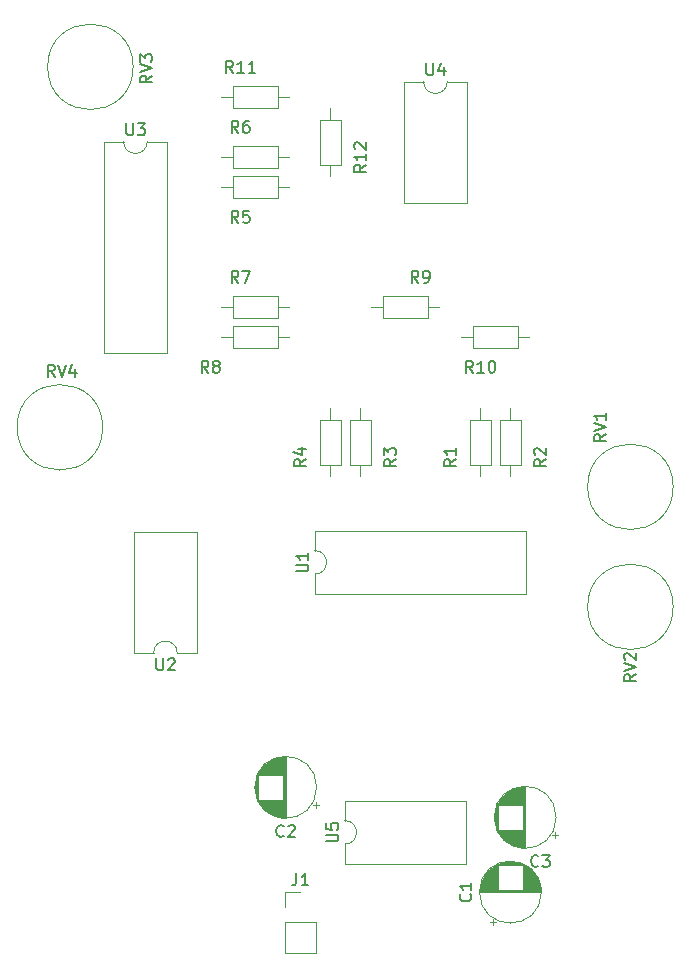
<source format=gbr>
%TF.GenerationSoftware,KiCad,Pcbnew,8.0.8*%
%TF.CreationDate,2025-02-20T08:22:17+09:00*%
%TF.ProjectId,kicad_patchBox,6b696361-645f-4706-9174-6368426f782e,rev?*%
%TF.SameCoordinates,Original*%
%TF.FileFunction,Legend,Top*%
%TF.FilePolarity,Positive*%
%FSLAX46Y46*%
G04 Gerber Fmt 4.6, Leading zero omitted, Abs format (unit mm)*
G04 Created by KiCad (PCBNEW 8.0.8) date 2025-02-20 08:22:17*
%MOMM*%
%LPD*%
G01*
G04 APERTURE LIST*
%ADD10C,0.150000*%
%ADD11C,0.120000*%
G04 APERTURE END LIST*
D10*
X168148095Y-40304819D02*
X168148095Y-41114342D01*
X168148095Y-41114342D02*
X168195714Y-41209580D01*
X168195714Y-41209580D02*
X168243333Y-41257200D01*
X168243333Y-41257200D02*
X168338571Y-41304819D01*
X168338571Y-41304819D02*
X168529047Y-41304819D01*
X168529047Y-41304819D02*
X168624285Y-41257200D01*
X168624285Y-41257200D02*
X168671904Y-41209580D01*
X168671904Y-41209580D02*
X168719523Y-41114342D01*
X168719523Y-41114342D02*
X168719523Y-40304819D01*
X169624285Y-40638152D02*
X169624285Y-41304819D01*
X169386190Y-40257200D02*
X169148095Y-40971485D01*
X169148095Y-40971485D02*
X169767142Y-40971485D01*
X167473333Y-58874819D02*
X167140000Y-58398628D01*
X166901905Y-58874819D02*
X166901905Y-57874819D01*
X166901905Y-57874819D02*
X167282857Y-57874819D01*
X167282857Y-57874819D02*
X167378095Y-57922438D01*
X167378095Y-57922438D02*
X167425714Y-57970057D01*
X167425714Y-57970057D02*
X167473333Y-58065295D01*
X167473333Y-58065295D02*
X167473333Y-58208152D01*
X167473333Y-58208152D02*
X167425714Y-58303390D01*
X167425714Y-58303390D02*
X167378095Y-58351009D01*
X167378095Y-58351009D02*
X167282857Y-58398628D01*
X167282857Y-58398628D02*
X166901905Y-58398628D01*
X167949524Y-58874819D02*
X168140000Y-58874819D01*
X168140000Y-58874819D02*
X168235238Y-58827200D01*
X168235238Y-58827200D02*
X168282857Y-58779580D01*
X168282857Y-58779580D02*
X168378095Y-58636723D01*
X168378095Y-58636723D02*
X168425714Y-58446247D01*
X168425714Y-58446247D02*
X168425714Y-58065295D01*
X168425714Y-58065295D02*
X168378095Y-57970057D01*
X168378095Y-57970057D02*
X168330476Y-57922438D01*
X168330476Y-57922438D02*
X168235238Y-57874819D01*
X168235238Y-57874819D02*
X168044762Y-57874819D01*
X168044762Y-57874819D02*
X167949524Y-57922438D01*
X167949524Y-57922438D02*
X167901905Y-57970057D01*
X167901905Y-57970057D02*
X167854286Y-58065295D01*
X167854286Y-58065295D02*
X167854286Y-58303390D01*
X167854286Y-58303390D02*
X167901905Y-58398628D01*
X167901905Y-58398628D02*
X167949524Y-58446247D01*
X167949524Y-58446247D02*
X168044762Y-58493866D01*
X168044762Y-58493866D02*
X168235238Y-58493866D01*
X168235238Y-58493866D02*
X168330476Y-58446247D01*
X168330476Y-58446247D02*
X168378095Y-58398628D01*
X168378095Y-58398628D02*
X168425714Y-58303390D01*
X157934819Y-73826666D02*
X157458628Y-74159999D01*
X157934819Y-74398094D02*
X156934819Y-74398094D01*
X156934819Y-74398094D02*
X156934819Y-74017142D01*
X156934819Y-74017142D02*
X156982438Y-73921904D01*
X156982438Y-73921904D02*
X157030057Y-73874285D01*
X157030057Y-73874285D02*
X157125295Y-73826666D01*
X157125295Y-73826666D02*
X157268152Y-73826666D01*
X157268152Y-73826666D02*
X157363390Y-73874285D01*
X157363390Y-73874285D02*
X157411009Y-73921904D01*
X157411009Y-73921904D02*
X157458628Y-74017142D01*
X157458628Y-74017142D02*
X157458628Y-74398094D01*
X157268152Y-72969523D02*
X157934819Y-72969523D01*
X156887200Y-73207618D02*
X157601485Y-73445713D01*
X157601485Y-73445713D02*
X157601485Y-72826666D01*
X163014819Y-48902857D02*
X162538628Y-49236190D01*
X163014819Y-49474285D02*
X162014819Y-49474285D01*
X162014819Y-49474285D02*
X162014819Y-49093333D01*
X162014819Y-49093333D02*
X162062438Y-48998095D01*
X162062438Y-48998095D02*
X162110057Y-48950476D01*
X162110057Y-48950476D02*
X162205295Y-48902857D01*
X162205295Y-48902857D02*
X162348152Y-48902857D01*
X162348152Y-48902857D02*
X162443390Y-48950476D01*
X162443390Y-48950476D02*
X162491009Y-48998095D01*
X162491009Y-48998095D02*
X162538628Y-49093333D01*
X162538628Y-49093333D02*
X162538628Y-49474285D01*
X163014819Y-47950476D02*
X163014819Y-48521904D01*
X163014819Y-48236190D02*
X162014819Y-48236190D01*
X162014819Y-48236190D02*
X162157676Y-48331428D01*
X162157676Y-48331428D02*
X162252914Y-48426666D01*
X162252914Y-48426666D02*
X162300533Y-48521904D01*
X162110057Y-47569523D02*
X162062438Y-47521904D01*
X162062438Y-47521904D02*
X162014819Y-47426666D01*
X162014819Y-47426666D02*
X162014819Y-47188571D01*
X162014819Y-47188571D02*
X162062438Y-47093333D01*
X162062438Y-47093333D02*
X162110057Y-47045714D01*
X162110057Y-47045714D02*
X162205295Y-46998095D01*
X162205295Y-46998095D02*
X162300533Y-46998095D01*
X162300533Y-46998095D02*
X162443390Y-47045714D01*
X162443390Y-47045714D02*
X163014819Y-47617142D01*
X163014819Y-47617142D02*
X163014819Y-46998095D01*
X152233333Y-53794819D02*
X151900000Y-53318628D01*
X151661905Y-53794819D02*
X151661905Y-52794819D01*
X151661905Y-52794819D02*
X152042857Y-52794819D01*
X152042857Y-52794819D02*
X152138095Y-52842438D01*
X152138095Y-52842438D02*
X152185714Y-52890057D01*
X152185714Y-52890057D02*
X152233333Y-52985295D01*
X152233333Y-52985295D02*
X152233333Y-53128152D01*
X152233333Y-53128152D02*
X152185714Y-53223390D01*
X152185714Y-53223390D02*
X152138095Y-53271009D01*
X152138095Y-53271009D02*
X152042857Y-53318628D01*
X152042857Y-53318628D02*
X151661905Y-53318628D01*
X153138095Y-52794819D02*
X152661905Y-52794819D01*
X152661905Y-52794819D02*
X152614286Y-53271009D01*
X152614286Y-53271009D02*
X152661905Y-53223390D01*
X152661905Y-53223390D02*
X152757143Y-53175771D01*
X152757143Y-53175771D02*
X152995238Y-53175771D01*
X152995238Y-53175771D02*
X153090476Y-53223390D01*
X153090476Y-53223390D02*
X153138095Y-53271009D01*
X153138095Y-53271009D02*
X153185714Y-53366247D01*
X153185714Y-53366247D02*
X153185714Y-53604342D01*
X153185714Y-53604342D02*
X153138095Y-53699580D01*
X153138095Y-53699580D02*
X153090476Y-53747200D01*
X153090476Y-53747200D02*
X152995238Y-53794819D01*
X152995238Y-53794819D02*
X152757143Y-53794819D01*
X152757143Y-53794819D02*
X152661905Y-53747200D01*
X152661905Y-53747200D02*
X152614286Y-53699580D01*
X170634819Y-73826666D02*
X170158628Y-74159999D01*
X170634819Y-74398094D02*
X169634819Y-74398094D01*
X169634819Y-74398094D02*
X169634819Y-74017142D01*
X169634819Y-74017142D02*
X169682438Y-73921904D01*
X169682438Y-73921904D02*
X169730057Y-73874285D01*
X169730057Y-73874285D02*
X169825295Y-73826666D01*
X169825295Y-73826666D02*
X169968152Y-73826666D01*
X169968152Y-73826666D02*
X170063390Y-73874285D01*
X170063390Y-73874285D02*
X170111009Y-73921904D01*
X170111009Y-73921904D02*
X170158628Y-74017142D01*
X170158628Y-74017142D02*
X170158628Y-74398094D01*
X170634819Y-72874285D02*
X170634819Y-73445713D01*
X170634819Y-73159999D02*
X169634819Y-73159999D01*
X169634819Y-73159999D02*
X169777676Y-73255237D01*
X169777676Y-73255237D02*
X169872914Y-73350475D01*
X169872914Y-73350475D02*
X169920533Y-73445713D01*
X177633333Y-108249580D02*
X177585714Y-108297200D01*
X177585714Y-108297200D02*
X177442857Y-108344819D01*
X177442857Y-108344819D02*
X177347619Y-108344819D01*
X177347619Y-108344819D02*
X177204762Y-108297200D01*
X177204762Y-108297200D02*
X177109524Y-108201961D01*
X177109524Y-108201961D02*
X177061905Y-108106723D01*
X177061905Y-108106723D02*
X177014286Y-107916247D01*
X177014286Y-107916247D02*
X177014286Y-107773390D01*
X177014286Y-107773390D02*
X177061905Y-107582914D01*
X177061905Y-107582914D02*
X177109524Y-107487676D01*
X177109524Y-107487676D02*
X177204762Y-107392438D01*
X177204762Y-107392438D02*
X177347619Y-107344819D01*
X177347619Y-107344819D02*
X177442857Y-107344819D01*
X177442857Y-107344819D02*
X177585714Y-107392438D01*
X177585714Y-107392438D02*
X177633333Y-107440057D01*
X177966667Y-107344819D02*
X178585714Y-107344819D01*
X178585714Y-107344819D02*
X178252381Y-107725771D01*
X178252381Y-107725771D02*
X178395238Y-107725771D01*
X178395238Y-107725771D02*
X178490476Y-107773390D01*
X178490476Y-107773390D02*
X178538095Y-107821009D01*
X178538095Y-107821009D02*
X178585714Y-107916247D01*
X178585714Y-107916247D02*
X178585714Y-108154342D01*
X178585714Y-108154342D02*
X178538095Y-108249580D01*
X178538095Y-108249580D02*
X178490476Y-108297200D01*
X178490476Y-108297200D02*
X178395238Y-108344819D01*
X178395238Y-108344819D02*
X178109524Y-108344819D01*
X178109524Y-108344819D02*
X178014286Y-108297200D01*
X178014286Y-108297200D02*
X177966667Y-108249580D01*
X159684819Y-106171904D02*
X160494342Y-106171904D01*
X160494342Y-106171904D02*
X160589580Y-106124285D01*
X160589580Y-106124285D02*
X160637200Y-106076666D01*
X160637200Y-106076666D02*
X160684819Y-105981428D01*
X160684819Y-105981428D02*
X160684819Y-105790952D01*
X160684819Y-105790952D02*
X160637200Y-105695714D01*
X160637200Y-105695714D02*
X160589580Y-105648095D01*
X160589580Y-105648095D02*
X160494342Y-105600476D01*
X160494342Y-105600476D02*
X159684819Y-105600476D01*
X159684819Y-104648095D02*
X159684819Y-105124285D01*
X159684819Y-105124285D02*
X160161009Y-105171904D01*
X160161009Y-105171904D02*
X160113390Y-105124285D01*
X160113390Y-105124285D02*
X160065771Y-105029047D01*
X160065771Y-105029047D02*
X160065771Y-104790952D01*
X160065771Y-104790952D02*
X160113390Y-104695714D01*
X160113390Y-104695714D02*
X160161009Y-104648095D01*
X160161009Y-104648095D02*
X160256247Y-104600476D01*
X160256247Y-104600476D02*
X160494342Y-104600476D01*
X160494342Y-104600476D02*
X160589580Y-104648095D01*
X160589580Y-104648095D02*
X160637200Y-104695714D01*
X160637200Y-104695714D02*
X160684819Y-104790952D01*
X160684819Y-104790952D02*
X160684819Y-105029047D01*
X160684819Y-105029047D02*
X160637200Y-105124285D01*
X160637200Y-105124285D02*
X160589580Y-105171904D01*
X149693333Y-66494819D02*
X149360000Y-66018628D01*
X149121905Y-66494819D02*
X149121905Y-65494819D01*
X149121905Y-65494819D02*
X149502857Y-65494819D01*
X149502857Y-65494819D02*
X149598095Y-65542438D01*
X149598095Y-65542438D02*
X149645714Y-65590057D01*
X149645714Y-65590057D02*
X149693333Y-65685295D01*
X149693333Y-65685295D02*
X149693333Y-65828152D01*
X149693333Y-65828152D02*
X149645714Y-65923390D01*
X149645714Y-65923390D02*
X149598095Y-65971009D01*
X149598095Y-65971009D02*
X149502857Y-66018628D01*
X149502857Y-66018628D02*
X149121905Y-66018628D01*
X150264762Y-65923390D02*
X150169524Y-65875771D01*
X150169524Y-65875771D02*
X150121905Y-65828152D01*
X150121905Y-65828152D02*
X150074286Y-65732914D01*
X150074286Y-65732914D02*
X150074286Y-65685295D01*
X150074286Y-65685295D02*
X150121905Y-65590057D01*
X150121905Y-65590057D02*
X150169524Y-65542438D01*
X150169524Y-65542438D02*
X150264762Y-65494819D01*
X150264762Y-65494819D02*
X150455238Y-65494819D01*
X150455238Y-65494819D02*
X150550476Y-65542438D01*
X150550476Y-65542438D02*
X150598095Y-65590057D01*
X150598095Y-65590057D02*
X150645714Y-65685295D01*
X150645714Y-65685295D02*
X150645714Y-65732914D01*
X150645714Y-65732914D02*
X150598095Y-65828152D01*
X150598095Y-65828152D02*
X150550476Y-65875771D01*
X150550476Y-65875771D02*
X150455238Y-65923390D01*
X150455238Y-65923390D02*
X150264762Y-65923390D01*
X150264762Y-65923390D02*
X150169524Y-65971009D01*
X150169524Y-65971009D02*
X150121905Y-66018628D01*
X150121905Y-66018628D02*
X150074286Y-66113866D01*
X150074286Y-66113866D02*
X150074286Y-66304342D01*
X150074286Y-66304342D02*
X150121905Y-66399580D01*
X150121905Y-66399580D02*
X150169524Y-66447200D01*
X150169524Y-66447200D02*
X150264762Y-66494819D01*
X150264762Y-66494819D02*
X150455238Y-66494819D01*
X150455238Y-66494819D02*
X150550476Y-66447200D01*
X150550476Y-66447200D02*
X150598095Y-66399580D01*
X150598095Y-66399580D02*
X150645714Y-66304342D01*
X150645714Y-66304342D02*
X150645714Y-66113866D01*
X150645714Y-66113866D02*
X150598095Y-66018628D01*
X150598095Y-66018628D02*
X150550476Y-65971009D01*
X150550476Y-65971009D02*
X150455238Y-65923390D01*
X151757142Y-41094819D02*
X151423809Y-40618628D01*
X151185714Y-41094819D02*
X151185714Y-40094819D01*
X151185714Y-40094819D02*
X151566666Y-40094819D01*
X151566666Y-40094819D02*
X151661904Y-40142438D01*
X151661904Y-40142438D02*
X151709523Y-40190057D01*
X151709523Y-40190057D02*
X151757142Y-40285295D01*
X151757142Y-40285295D02*
X151757142Y-40428152D01*
X151757142Y-40428152D02*
X151709523Y-40523390D01*
X151709523Y-40523390D02*
X151661904Y-40571009D01*
X151661904Y-40571009D02*
X151566666Y-40618628D01*
X151566666Y-40618628D02*
X151185714Y-40618628D01*
X152709523Y-41094819D02*
X152138095Y-41094819D01*
X152423809Y-41094819D02*
X152423809Y-40094819D01*
X152423809Y-40094819D02*
X152328571Y-40237676D01*
X152328571Y-40237676D02*
X152233333Y-40332914D01*
X152233333Y-40332914D02*
X152138095Y-40380533D01*
X153661904Y-41094819D02*
X153090476Y-41094819D01*
X153376190Y-41094819D02*
X153376190Y-40094819D01*
X153376190Y-40094819D02*
X153280952Y-40237676D01*
X153280952Y-40237676D02*
X153185714Y-40332914D01*
X153185714Y-40332914D02*
X153090476Y-40380533D01*
X152233333Y-58874819D02*
X151900000Y-58398628D01*
X151661905Y-58874819D02*
X151661905Y-57874819D01*
X151661905Y-57874819D02*
X152042857Y-57874819D01*
X152042857Y-57874819D02*
X152138095Y-57922438D01*
X152138095Y-57922438D02*
X152185714Y-57970057D01*
X152185714Y-57970057D02*
X152233333Y-58065295D01*
X152233333Y-58065295D02*
X152233333Y-58208152D01*
X152233333Y-58208152D02*
X152185714Y-58303390D01*
X152185714Y-58303390D02*
X152138095Y-58351009D01*
X152138095Y-58351009D02*
X152042857Y-58398628D01*
X152042857Y-58398628D02*
X151661905Y-58398628D01*
X152566667Y-57874819D02*
X153233333Y-57874819D01*
X153233333Y-57874819D02*
X152804762Y-58874819D01*
X157146666Y-108884819D02*
X157146666Y-109599104D01*
X157146666Y-109599104D02*
X157099047Y-109741961D01*
X157099047Y-109741961D02*
X157003809Y-109837200D01*
X157003809Y-109837200D02*
X156860952Y-109884819D01*
X156860952Y-109884819D02*
X156765714Y-109884819D01*
X158146666Y-109884819D02*
X157575238Y-109884819D01*
X157860952Y-109884819D02*
X157860952Y-108884819D01*
X157860952Y-108884819D02*
X157765714Y-109027676D01*
X157765714Y-109027676D02*
X157670476Y-109122914D01*
X157670476Y-109122914D02*
X157575238Y-109170533D01*
X145288095Y-90684819D02*
X145288095Y-91494342D01*
X145288095Y-91494342D02*
X145335714Y-91589580D01*
X145335714Y-91589580D02*
X145383333Y-91637200D01*
X145383333Y-91637200D02*
X145478571Y-91684819D01*
X145478571Y-91684819D02*
X145669047Y-91684819D01*
X145669047Y-91684819D02*
X145764285Y-91637200D01*
X145764285Y-91637200D02*
X145811904Y-91589580D01*
X145811904Y-91589580D02*
X145859523Y-91494342D01*
X145859523Y-91494342D02*
X145859523Y-90684819D01*
X146288095Y-90780057D02*
X146335714Y-90732438D01*
X146335714Y-90732438D02*
X146430952Y-90684819D01*
X146430952Y-90684819D02*
X146669047Y-90684819D01*
X146669047Y-90684819D02*
X146764285Y-90732438D01*
X146764285Y-90732438D02*
X146811904Y-90780057D01*
X146811904Y-90780057D02*
X146859523Y-90875295D01*
X146859523Y-90875295D02*
X146859523Y-90970533D01*
X146859523Y-90970533D02*
X146811904Y-91113390D01*
X146811904Y-91113390D02*
X146240476Y-91684819D01*
X146240476Y-91684819D02*
X146859523Y-91684819D01*
X185874819Y-92035238D02*
X185398628Y-92368571D01*
X185874819Y-92606666D02*
X184874819Y-92606666D01*
X184874819Y-92606666D02*
X184874819Y-92225714D01*
X184874819Y-92225714D02*
X184922438Y-92130476D01*
X184922438Y-92130476D02*
X184970057Y-92082857D01*
X184970057Y-92082857D02*
X185065295Y-92035238D01*
X185065295Y-92035238D02*
X185208152Y-92035238D01*
X185208152Y-92035238D02*
X185303390Y-92082857D01*
X185303390Y-92082857D02*
X185351009Y-92130476D01*
X185351009Y-92130476D02*
X185398628Y-92225714D01*
X185398628Y-92225714D02*
X185398628Y-92606666D01*
X184874819Y-91749523D02*
X185874819Y-91416190D01*
X185874819Y-91416190D02*
X184874819Y-91082857D01*
X184970057Y-90797142D02*
X184922438Y-90749523D01*
X184922438Y-90749523D02*
X184874819Y-90654285D01*
X184874819Y-90654285D02*
X184874819Y-90416190D01*
X184874819Y-90416190D02*
X184922438Y-90320952D01*
X184922438Y-90320952D02*
X184970057Y-90273333D01*
X184970057Y-90273333D02*
X185065295Y-90225714D01*
X185065295Y-90225714D02*
X185160533Y-90225714D01*
X185160533Y-90225714D02*
X185303390Y-90273333D01*
X185303390Y-90273333D02*
X185874819Y-90844761D01*
X185874819Y-90844761D02*
X185874819Y-90225714D01*
X142748095Y-45379819D02*
X142748095Y-46189342D01*
X142748095Y-46189342D02*
X142795714Y-46284580D01*
X142795714Y-46284580D02*
X142843333Y-46332200D01*
X142843333Y-46332200D02*
X142938571Y-46379819D01*
X142938571Y-46379819D02*
X143129047Y-46379819D01*
X143129047Y-46379819D02*
X143224285Y-46332200D01*
X143224285Y-46332200D02*
X143271904Y-46284580D01*
X143271904Y-46284580D02*
X143319523Y-46189342D01*
X143319523Y-46189342D02*
X143319523Y-45379819D01*
X143700476Y-45379819D02*
X144319523Y-45379819D01*
X144319523Y-45379819D02*
X143986190Y-45760771D01*
X143986190Y-45760771D02*
X144129047Y-45760771D01*
X144129047Y-45760771D02*
X144224285Y-45808390D01*
X144224285Y-45808390D02*
X144271904Y-45856009D01*
X144271904Y-45856009D02*
X144319523Y-45951247D01*
X144319523Y-45951247D02*
X144319523Y-46189342D01*
X144319523Y-46189342D02*
X144271904Y-46284580D01*
X144271904Y-46284580D02*
X144224285Y-46332200D01*
X144224285Y-46332200D02*
X144129047Y-46379819D01*
X144129047Y-46379819D02*
X143843333Y-46379819D01*
X143843333Y-46379819D02*
X143748095Y-46332200D01*
X143748095Y-46332200D02*
X143700476Y-46284580D01*
X157144819Y-83311904D02*
X157954342Y-83311904D01*
X157954342Y-83311904D02*
X158049580Y-83264285D01*
X158049580Y-83264285D02*
X158097200Y-83216666D01*
X158097200Y-83216666D02*
X158144819Y-83121428D01*
X158144819Y-83121428D02*
X158144819Y-82930952D01*
X158144819Y-82930952D02*
X158097200Y-82835714D01*
X158097200Y-82835714D02*
X158049580Y-82788095D01*
X158049580Y-82788095D02*
X157954342Y-82740476D01*
X157954342Y-82740476D02*
X157144819Y-82740476D01*
X158144819Y-81740476D02*
X158144819Y-82311904D01*
X158144819Y-82026190D02*
X157144819Y-82026190D01*
X157144819Y-82026190D02*
X157287676Y-82121428D01*
X157287676Y-82121428D02*
X157382914Y-82216666D01*
X157382914Y-82216666D02*
X157430533Y-82311904D01*
X136674761Y-66824819D02*
X136341428Y-66348628D01*
X136103333Y-66824819D02*
X136103333Y-65824819D01*
X136103333Y-65824819D02*
X136484285Y-65824819D01*
X136484285Y-65824819D02*
X136579523Y-65872438D01*
X136579523Y-65872438D02*
X136627142Y-65920057D01*
X136627142Y-65920057D02*
X136674761Y-66015295D01*
X136674761Y-66015295D02*
X136674761Y-66158152D01*
X136674761Y-66158152D02*
X136627142Y-66253390D01*
X136627142Y-66253390D02*
X136579523Y-66301009D01*
X136579523Y-66301009D02*
X136484285Y-66348628D01*
X136484285Y-66348628D02*
X136103333Y-66348628D01*
X136960476Y-65824819D02*
X137293809Y-66824819D01*
X137293809Y-66824819D02*
X137627142Y-65824819D01*
X138389047Y-66158152D02*
X138389047Y-66824819D01*
X138150952Y-65777200D02*
X137912857Y-66491485D01*
X137912857Y-66491485D02*
X138531904Y-66491485D01*
X165554819Y-73826666D02*
X165078628Y-74159999D01*
X165554819Y-74398094D02*
X164554819Y-74398094D01*
X164554819Y-74398094D02*
X164554819Y-74017142D01*
X164554819Y-74017142D02*
X164602438Y-73921904D01*
X164602438Y-73921904D02*
X164650057Y-73874285D01*
X164650057Y-73874285D02*
X164745295Y-73826666D01*
X164745295Y-73826666D02*
X164888152Y-73826666D01*
X164888152Y-73826666D02*
X164983390Y-73874285D01*
X164983390Y-73874285D02*
X165031009Y-73921904D01*
X165031009Y-73921904D02*
X165078628Y-74017142D01*
X165078628Y-74017142D02*
X165078628Y-74398094D01*
X164554819Y-73493332D02*
X164554819Y-72874285D01*
X164554819Y-72874285D02*
X164935771Y-73207618D01*
X164935771Y-73207618D02*
X164935771Y-73064761D01*
X164935771Y-73064761D02*
X164983390Y-72969523D01*
X164983390Y-72969523D02*
X165031009Y-72921904D01*
X165031009Y-72921904D02*
X165126247Y-72874285D01*
X165126247Y-72874285D02*
X165364342Y-72874285D01*
X165364342Y-72874285D02*
X165459580Y-72921904D01*
X165459580Y-72921904D02*
X165507200Y-72969523D01*
X165507200Y-72969523D02*
X165554819Y-73064761D01*
X165554819Y-73064761D02*
X165554819Y-73350475D01*
X165554819Y-73350475D02*
X165507200Y-73445713D01*
X165507200Y-73445713D02*
X165459580Y-73493332D01*
X171869580Y-110636666D02*
X171917200Y-110684285D01*
X171917200Y-110684285D02*
X171964819Y-110827142D01*
X171964819Y-110827142D02*
X171964819Y-110922380D01*
X171964819Y-110922380D02*
X171917200Y-111065237D01*
X171917200Y-111065237D02*
X171821961Y-111160475D01*
X171821961Y-111160475D02*
X171726723Y-111208094D01*
X171726723Y-111208094D02*
X171536247Y-111255713D01*
X171536247Y-111255713D02*
X171393390Y-111255713D01*
X171393390Y-111255713D02*
X171202914Y-111208094D01*
X171202914Y-111208094D02*
X171107676Y-111160475D01*
X171107676Y-111160475D02*
X171012438Y-111065237D01*
X171012438Y-111065237D02*
X170964819Y-110922380D01*
X170964819Y-110922380D02*
X170964819Y-110827142D01*
X170964819Y-110827142D02*
X171012438Y-110684285D01*
X171012438Y-110684285D02*
X171060057Y-110636666D01*
X171964819Y-109684285D02*
X171964819Y-110255713D01*
X171964819Y-109969999D02*
X170964819Y-109969999D01*
X170964819Y-109969999D02*
X171107676Y-110065237D01*
X171107676Y-110065237D02*
X171202914Y-110160475D01*
X171202914Y-110160475D02*
X171250533Y-110255713D01*
X156063333Y-105709580D02*
X156015714Y-105757200D01*
X156015714Y-105757200D02*
X155872857Y-105804819D01*
X155872857Y-105804819D02*
X155777619Y-105804819D01*
X155777619Y-105804819D02*
X155634762Y-105757200D01*
X155634762Y-105757200D02*
X155539524Y-105661961D01*
X155539524Y-105661961D02*
X155491905Y-105566723D01*
X155491905Y-105566723D02*
X155444286Y-105376247D01*
X155444286Y-105376247D02*
X155444286Y-105233390D01*
X155444286Y-105233390D02*
X155491905Y-105042914D01*
X155491905Y-105042914D02*
X155539524Y-104947676D01*
X155539524Y-104947676D02*
X155634762Y-104852438D01*
X155634762Y-104852438D02*
X155777619Y-104804819D01*
X155777619Y-104804819D02*
X155872857Y-104804819D01*
X155872857Y-104804819D02*
X156015714Y-104852438D01*
X156015714Y-104852438D02*
X156063333Y-104900057D01*
X156444286Y-104900057D02*
X156491905Y-104852438D01*
X156491905Y-104852438D02*
X156587143Y-104804819D01*
X156587143Y-104804819D02*
X156825238Y-104804819D01*
X156825238Y-104804819D02*
X156920476Y-104852438D01*
X156920476Y-104852438D02*
X156968095Y-104900057D01*
X156968095Y-104900057D02*
X157015714Y-104995295D01*
X157015714Y-104995295D02*
X157015714Y-105090533D01*
X157015714Y-105090533D02*
X156968095Y-105233390D01*
X156968095Y-105233390D02*
X156396667Y-105804819D01*
X156396667Y-105804819D02*
X157015714Y-105804819D01*
X183334819Y-71715238D02*
X182858628Y-72048571D01*
X183334819Y-72286666D02*
X182334819Y-72286666D01*
X182334819Y-72286666D02*
X182334819Y-71905714D01*
X182334819Y-71905714D02*
X182382438Y-71810476D01*
X182382438Y-71810476D02*
X182430057Y-71762857D01*
X182430057Y-71762857D02*
X182525295Y-71715238D01*
X182525295Y-71715238D02*
X182668152Y-71715238D01*
X182668152Y-71715238D02*
X182763390Y-71762857D01*
X182763390Y-71762857D02*
X182811009Y-71810476D01*
X182811009Y-71810476D02*
X182858628Y-71905714D01*
X182858628Y-71905714D02*
X182858628Y-72286666D01*
X182334819Y-71429523D02*
X183334819Y-71096190D01*
X183334819Y-71096190D02*
X182334819Y-70762857D01*
X183334819Y-69905714D02*
X183334819Y-70477142D01*
X183334819Y-70191428D02*
X182334819Y-70191428D01*
X182334819Y-70191428D02*
X182477676Y-70286666D01*
X182477676Y-70286666D02*
X182572914Y-70381904D01*
X182572914Y-70381904D02*
X182620533Y-70477142D01*
X172077142Y-66494819D02*
X171743809Y-66018628D01*
X171505714Y-66494819D02*
X171505714Y-65494819D01*
X171505714Y-65494819D02*
X171886666Y-65494819D01*
X171886666Y-65494819D02*
X171981904Y-65542438D01*
X171981904Y-65542438D02*
X172029523Y-65590057D01*
X172029523Y-65590057D02*
X172077142Y-65685295D01*
X172077142Y-65685295D02*
X172077142Y-65828152D01*
X172077142Y-65828152D02*
X172029523Y-65923390D01*
X172029523Y-65923390D02*
X171981904Y-65971009D01*
X171981904Y-65971009D02*
X171886666Y-66018628D01*
X171886666Y-66018628D02*
X171505714Y-66018628D01*
X173029523Y-66494819D02*
X172458095Y-66494819D01*
X172743809Y-66494819D02*
X172743809Y-65494819D01*
X172743809Y-65494819D02*
X172648571Y-65637676D01*
X172648571Y-65637676D02*
X172553333Y-65732914D01*
X172553333Y-65732914D02*
X172458095Y-65780533D01*
X173648571Y-65494819D02*
X173743809Y-65494819D01*
X173743809Y-65494819D02*
X173839047Y-65542438D01*
X173839047Y-65542438D02*
X173886666Y-65590057D01*
X173886666Y-65590057D02*
X173934285Y-65685295D01*
X173934285Y-65685295D02*
X173981904Y-65875771D01*
X173981904Y-65875771D02*
X173981904Y-66113866D01*
X173981904Y-66113866D02*
X173934285Y-66304342D01*
X173934285Y-66304342D02*
X173886666Y-66399580D01*
X173886666Y-66399580D02*
X173839047Y-66447200D01*
X173839047Y-66447200D02*
X173743809Y-66494819D01*
X173743809Y-66494819D02*
X173648571Y-66494819D01*
X173648571Y-66494819D02*
X173553333Y-66447200D01*
X173553333Y-66447200D02*
X173505714Y-66399580D01*
X173505714Y-66399580D02*
X173458095Y-66304342D01*
X173458095Y-66304342D02*
X173410476Y-66113866D01*
X173410476Y-66113866D02*
X173410476Y-65875771D01*
X173410476Y-65875771D02*
X173458095Y-65685295D01*
X173458095Y-65685295D02*
X173505714Y-65590057D01*
X173505714Y-65590057D02*
X173553333Y-65542438D01*
X173553333Y-65542438D02*
X173648571Y-65494819D01*
X144904819Y-41345238D02*
X144428628Y-41678571D01*
X144904819Y-41916666D02*
X143904819Y-41916666D01*
X143904819Y-41916666D02*
X143904819Y-41535714D01*
X143904819Y-41535714D02*
X143952438Y-41440476D01*
X143952438Y-41440476D02*
X144000057Y-41392857D01*
X144000057Y-41392857D02*
X144095295Y-41345238D01*
X144095295Y-41345238D02*
X144238152Y-41345238D01*
X144238152Y-41345238D02*
X144333390Y-41392857D01*
X144333390Y-41392857D02*
X144381009Y-41440476D01*
X144381009Y-41440476D02*
X144428628Y-41535714D01*
X144428628Y-41535714D02*
X144428628Y-41916666D01*
X143904819Y-41059523D02*
X144904819Y-40726190D01*
X144904819Y-40726190D02*
X143904819Y-40392857D01*
X143904819Y-40154761D02*
X143904819Y-39535714D01*
X143904819Y-39535714D02*
X144285771Y-39869047D01*
X144285771Y-39869047D02*
X144285771Y-39726190D01*
X144285771Y-39726190D02*
X144333390Y-39630952D01*
X144333390Y-39630952D02*
X144381009Y-39583333D01*
X144381009Y-39583333D02*
X144476247Y-39535714D01*
X144476247Y-39535714D02*
X144714342Y-39535714D01*
X144714342Y-39535714D02*
X144809580Y-39583333D01*
X144809580Y-39583333D02*
X144857200Y-39630952D01*
X144857200Y-39630952D02*
X144904819Y-39726190D01*
X144904819Y-39726190D02*
X144904819Y-40011904D01*
X144904819Y-40011904D02*
X144857200Y-40107142D01*
X144857200Y-40107142D02*
X144809580Y-40154761D01*
X178254819Y-73826666D02*
X177778628Y-74159999D01*
X178254819Y-74398094D02*
X177254819Y-74398094D01*
X177254819Y-74398094D02*
X177254819Y-74017142D01*
X177254819Y-74017142D02*
X177302438Y-73921904D01*
X177302438Y-73921904D02*
X177350057Y-73874285D01*
X177350057Y-73874285D02*
X177445295Y-73826666D01*
X177445295Y-73826666D02*
X177588152Y-73826666D01*
X177588152Y-73826666D02*
X177683390Y-73874285D01*
X177683390Y-73874285D02*
X177731009Y-73921904D01*
X177731009Y-73921904D02*
X177778628Y-74017142D01*
X177778628Y-74017142D02*
X177778628Y-74398094D01*
X177350057Y-73445713D02*
X177302438Y-73398094D01*
X177302438Y-73398094D02*
X177254819Y-73302856D01*
X177254819Y-73302856D02*
X177254819Y-73064761D01*
X177254819Y-73064761D02*
X177302438Y-72969523D01*
X177302438Y-72969523D02*
X177350057Y-72921904D01*
X177350057Y-72921904D02*
X177445295Y-72874285D01*
X177445295Y-72874285D02*
X177540533Y-72874285D01*
X177540533Y-72874285D02*
X177683390Y-72921904D01*
X177683390Y-72921904D02*
X178254819Y-73493332D01*
X178254819Y-73493332D02*
X178254819Y-72874285D01*
X152233333Y-46174819D02*
X151900000Y-45698628D01*
X151661905Y-46174819D02*
X151661905Y-45174819D01*
X151661905Y-45174819D02*
X152042857Y-45174819D01*
X152042857Y-45174819D02*
X152138095Y-45222438D01*
X152138095Y-45222438D02*
X152185714Y-45270057D01*
X152185714Y-45270057D02*
X152233333Y-45365295D01*
X152233333Y-45365295D02*
X152233333Y-45508152D01*
X152233333Y-45508152D02*
X152185714Y-45603390D01*
X152185714Y-45603390D02*
X152138095Y-45651009D01*
X152138095Y-45651009D02*
X152042857Y-45698628D01*
X152042857Y-45698628D02*
X151661905Y-45698628D01*
X153090476Y-45174819D02*
X152900000Y-45174819D01*
X152900000Y-45174819D02*
X152804762Y-45222438D01*
X152804762Y-45222438D02*
X152757143Y-45270057D01*
X152757143Y-45270057D02*
X152661905Y-45412914D01*
X152661905Y-45412914D02*
X152614286Y-45603390D01*
X152614286Y-45603390D02*
X152614286Y-45984342D01*
X152614286Y-45984342D02*
X152661905Y-46079580D01*
X152661905Y-46079580D02*
X152709524Y-46127200D01*
X152709524Y-46127200D02*
X152804762Y-46174819D01*
X152804762Y-46174819D02*
X152995238Y-46174819D01*
X152995238Y-46174819D02*
X153090476Y-46127200D01*
X153090476Y-46127200D02*
X153138095Y-46079580D01*
X153138095Y-46079580D02*
X153185714Y-45984342D01*
X153185714Y-45984342D02*
X153185714Y-45746247D01*
X153185714Y-45746247D02*
X153138095Y-45651009D01*
X153138095Y-45651009D02*
X153090476Y-45603390D01*
X153090476Y-45603390D02*
X152995238Y-45555771D01*
X152995238Y-45555771D02*
X152804762Y-45555771D01*
X152804762Y-45555771D02*
X152709524Y-45603390D01*
X152709524Y-45603390D02*
X152661905Y-45651009D01*
X152661905Y-45651009D02*
X152614286Y-45746247D01*
D11*
%TO.C,U4*%
X166260000Y-41850000D02*
X166260000Y-52130000D01*
X166260000Y-52130000D02*
X171560000Y-52130000D01*
X167910000Y-41850000D02*
X166260000Y-41850000D01*
X171560000Y-41850000D02*
X169910000Y-41850000D01*
X171560000Y-52130000D02*
X171560000Y-41850000D01*
X169910000Y-41850000D02*
G75*
G02*
X167910000Y-41850000I-1000000J0D01*
G01*
%TO.C,R9*%
X163500000Y-60960000D02*
X164450000Y-60960000D01*
X164450000Y-60040000D02*
X164450000Y-61880000D01*
X164450000Y-61880000D02*
X168290000Y-61880000D01*
X168290000Y-60040000D02*
X164450000Y-60040000D01*
X168290000Y-61880000D02*
X168290000Y-60040000D01*
X169240000Y-60960000D02*
X168290000Y-60960000D01*
%TO.C,R4*%
X159100000Y-70470000D02*
X159100000Y-74310000D01*
X159100000Y-74310000D02*
X160940000Y-74310000D01*
X160020000Y-69520000D02*
X160020000Y-70470000D01*
X160020000Y-75260000D02*
X160020000Y-74310000D01*
X160940000Y-70470000D02*
X159100000Y-70470000D01*
X160940000Y-74310000D02*
X160940000Y-70470000D01*
%TO.C,R12*%
X159100000Y-45070000D02*
X159100000Y-48910000D01*
X159100000Y-48910000D02*
X160940000Y-48910000D01*
X160020000Y-44120000D02*
X160020000Y-45070000D01*
X160020000Y-49860000D02*
X160020000Y-48910000D01*
X160940000Y-45070000D02*
X159100000Y-45070000D01*
X160940000Y-48910000D02*
X160940000Y-45070000D01*
%TO.C,R5*%
X150800000Y-50800000D02*
X151750000Y-50800000D01*
X151750000Y-49880000D02*
X151750000Y-51720000D01*
X151750000Y-51720000D02*
X155590000Y-51720000D01*
X155590000Y-49880000D02*
X151750000Y-49880000D01*
X155590000Y-51720000D02*
X155590000Y-49880000D01*
X156540000Y-50800000D02*
X155590000Y-50800000D01*
%TO.C,R1*%
X171800000Y-70470000D02*
X171800000Y-74310000D01*
X171800000Y-74310000D02*
X173640000Y-74310000D01*
X172720000Y-69520000D02*
X172720000Y-70470000D01*
X172720000Y-75260000D02*
X172720000Y-74310000D01*
X173640000Y-70470000D02*
X171800000Y-70470000D01*
X173640000Y-74310000D02*
X173640000Y-70470000D01*
%TO.C,C3*%
X173909000Y-104424000D02*
X173909000Y-103856000D01*
X173949000Y-104658000D02*
X173949000Y-103622000D01*
X173989000Y-104817000D02*
X173989000Y-103463000D01*
X174029000Y-104945000D02*
X174029000Y-103335000D01*
X174069000Y-105055000D02*
X174069000Y-103225000D01*
X174109000Y-105151000D02*
X174109000Y-103129000D01*
X174149000Y-105238000D02*
X174149000Y-103042000D01*
X174189000Y-105318000D02*
X174189000Y-102962000D01*
X174229000Y-103100000D02*
X174229000Y-102889000D01*
X174229000Y-105391000D02*
X174229000Y-105180000D01*
X174269000Y-103100000D02*
X174269000Y-102821000D01*
X174269000Y-105459000D02*
X174269000Y-105180000D01*
X174309000Y-103100000D02*
X174309000Y-102757000D01*
X174309000Y-105523000D02*
X174309000Y-105180000D01*
X174349000Y-103100000D02*
X174349000Y-102697000D01*
X174349000Y-105583000D02*
X174349000Y-105180000D01*
X174389000Y-103100000D02*
X174389000Y-102640000D01*
X174389000Y-105640000D02*
X174389000Y-105180000D01*
X174429000Y-103100000D02*
X174429000Y-102586000D01*
X174429000Y-105694000D02*
X174429000Y-105180000D01*
X174469000Y-103100000D02*
X174469000Y-102535000D01*
X174469000Y-105745000D02*
X174469000Y-105180000D01*
X174509000Y-103100000D02*
X174509000Y-102487000D01*
X174509000Y-105793000D02*
X174509000Y-105180000D01*
X174549000Y-103100000D02*
X174549000Y-102441000D01*
X174549000Y-105839000D02*
X174549000Y-105180000D01*
X174589000Y-103100000D02*
X174589000Y-102397000D01*
X174589000Y-105883000D02*
X174589000Y-105180000D01*
X174629000Y-103100000D02*
X174629000Y-102355000D01*
X174629000Y-105925000D02*
X174629000Y-105180000D01*
X174669000Y-103100000D02*
X174669000Y-102314000D01*
X174669000Y-105966000D02*
X174669000Y-105180000D01*
X174709000Y-103100000D02*
X174709000Y-102276000D01*
X174709000Y-106004000D02*
X174709000Y-105180000D01*
X174749000Y-103100000D02*
X174749000Y-102239000D01*
X174749000Y-106041000D02*
X174749000Y-105180000D01*
X174789000Y-103100000D02*
X174789000Y-102203000D01*
X174789000Y-106077000D02*
X174789000Y-105180000D01*
X174829000Y-103100000D02*
X174829000Y-102169000D01*
X174829000Y-106111000D02*
X174829000Y-105180000D01*
X174869000Y-103100000D02*
X174869000Y-102136000D01*
X174869000Y-106144000D02*
X174869000Y-105180000D01*
X174909000Y-103100000D02*
X174909000Y-102105000D01*
X174909000Y-106175000D02*
X174909000Y-105180000D01*
X174949000Y-103100000D02*
X174949000Y-102075000D01*
X174949000Y-106205000D02*
X174949000Y-105180000D01*
X174989000Y-103100000D02*
X174989000Y-102045000D01*
X174989000Y-106235000D02*
X174989000Y-105180000D01*
X175029000Y-103100000D02*
X175029000Y-102018000D01*
X175029000Y-106262000D02*
X175029000Y-105180000D01*
X175069000Y-103100000D02*
X175069000Y-101991000D01*
X175069000Y-106289000D02*
X175069000Y-105180000D01*
X175109000Y-103100000D02*
X175109000Y-101965000D01*
X175109000Y-106315000D02*
X175109000Y-105180000D01*
X175149000Y-103100000D02*
X175149000Y-101940000D01*
X175149000Y-106340000D02*
X175149000Y-105180000D01*
X175189000Y-103100000D02*
X175189000Y-101916000D01*
X175189000Y-106364000D02*
X175189000Y-105180000D01*
X175229000Y-103100000D02*
X175229000Y-101893000D01*
X175229000Y-106387000D02*
X175229000Y-105180000D01*
X175269000Y-103100000D02*
X175269000Y-101872000D01*
X175269000Y-106408000D02*
X175269000Y-105180000D01*
X175309000Y-103100000D02*
X175309000Y-101850000D01*
X175309000Y-106430000D02*
X175309000Y-105180000D01*
X175349000Y-103100000D02*
X175349000Y-101830000D01*
X175349000Y-106450000D02*
X175349000Y-105180000D01*
X175389000Y-103100000D02*
X175389000Y-101811000D01*
X175389000Y-106469000D02*
X175389000Y-105180000D01*
X175429000Y-103100000D02*
X175429000Y-101792000D01*
X175429000Y-106488000D02*
X175429000Y-105180000D01*
X175469000Y-103100000D02*
X175469000Y-101775000D01*
X175469000Y-106505000D02*
X175469000Y-105180000D01*
X175509000Y-103100000D02*
X175509000Y-101758000D01*
X175509000Y-106522000D02*
X175509000Y-105180000D01*
X175549000Y-103100000D02*
X175549000Y-101742000D01*
X175549000Y-106538000D02*
X175549000Y-105180000D01*
X175589000Y-103100000D02*
X175589000Y-101726000D01*
X175589000Y-106554000D02*
X175589000Y-105180000D01*
X175629000Y-103100000D02*
X175629000Y-101712000D01*
X175629000Y-106568000D02*
X175629000Y-105180000D01*
X175669000Y-103100000D02*
X175669000Y-101698000D01*
X175669000Y-106582000D02*
X175669000Y-105180000D01*
X175709000Y-103100000D02*
X175709000Y-101685000D01*
X175709000Y-106595000D02*
X175709000Y-105180000D01*
X175749000Y-103100000D02*
X175749000Y-101672000D01*
X175749000Y-106608000D02*
X175749000Y-105180000D01*
X175789000Y-103100000D02*
X175789000Y-101660000D01*
X175789000Y-106620000D02*
X175789000Y-105180000D01*
X175830000Y-103100000D02*
X175830000Y-101649000D01*
X175830000Y-106631000D02*
X175830000Y-105180000D01*
X175870000Y-103100000D02*
X175870000Y-101639000D01*
X175870000Y-106641000D02*
X175870000Y-105180000D01*
X175910000Y-103100000D02*
X175910000Y-101629000D01*
X175910000Y-106651000D02*
X175910000Y-105180000D01*
X175950000Y-103100000D02*
X175950000Y-101620000D01*
X175950000Y-106660000D02*
X175950000Y-105180000D01*
X175990000Y-103100000D02*
X175990000Y-101612000D01*
X175990000Y-106668000D02*
X175990000Y-105180000D01*
X176030000Y-103100000D02*
X176030000Y-101604000D01*
X176030000Y-106676000D02*
X176030000Y-105180000D01*
X176070000Y-103100000D02*
X176070000Y-101597000D01*
X176070000Y-106683000D02*
X176070000Y-105180000D01*
X176110000Y-103100000D02*
X176110000Y-101590000D01*
X176110000Y-106690000D02*
X176110000Y-105180000D01*
X176150000Y-103100000D02*
X176150000Y-101584000D01*
X176150000Y-106696000D02*
X176150000Y-105180000D01*
X176190000Y-103100000D02*
X176190000Y-101579000D01*
X176190000Y-106701000D02*
X176190000Y-105180000D01*
X176230000Y-103100000D02*
X176230000Y-101575000D01*
X176230000Y-106705000D02*
X176230000Y-105180000D01*
X176270000Y-103100000D02*
X176270000Y-101571000D01*
X176270000Y-106709000D02*
X176270000Y-105180000D01*
X176310000Y-106713000D02*
X176310000Y-101567000D01*
X176350000Y-106716000D02*
X176350000Y-101564000D01*
X176390000Y-106718000D02*
X176390000Y-101562000D01*
X176430000Y-106719000D02*
X176430000Y-101561000D01*
X176470000Y-106720000D02*
X176470000Y-101560000D01*
X176510000Y-106720000D02*
X176510000Y-101560000D01*
X179064775Y-105865000D02*
X179064775Y-105365000D01*
X179314775Y-105615000D02*
X178814775Y-105615000D01*
X179130000Y-104140000D02*
G75*
G02*
X173890000Y-104140000I-2620000J0D01*
G01*
X173890000Y-104140000D02*
G75*
G02*
X179130000Y-104140000I2620000J0D01*
G01*
%TO.C,U5*%
X161230000Y-102760000D02*
X161230000Y-104410000D01*
X161230000Y-106410000D02*
X161230000Y-108060000D01*
X161230000Y-108060000D02*
X171510000Y-108060000D01*
X171510000Y-102760000D02*
X161230000Y-102760000D01*
X171510000Y-108060000D02*
X171510000Y-102760000D01*
X161230000Y-104410000D02*
G75*
G02*
X161230000Y-106410000I0J-1000000D01*
G01*
%TO.C,R8*%
X150800000Y-63500000D02*
X151750000Y-63500000D01*
X151750000Y-62580000D02*
X151750000Y-64420000D01*
X151750000Y-64420000D02*
X155590000Y-64420000D01*
X155590000Y-62580000D02*
X151750000Y-62580000D01*
X155590000Y-64420000D02*
X155590000Y-62580000D01*
X156540000Y-63500000D02*
X155590000Y-63500000D01*
%TO.C,R11*%
X150800000Y-43180000D02*
X151750000Y-43180000D01*
X151750000Y-42260000D02*
X151750000Y-44100000D01*
X151750000Y-44100000D02*
X155590000Y-44100000D01*
X155590000Y-42260000D02*
X151750000Y-42260000D01*
X155590000Y-44100000D02*
X155590000Y-42260000D01*
X156540000Y-43180000D02*
X155590000Y-43180000D01*
%TO.C,R7*%
X150800000Y-60960000D02*
X151750000Y-60960000D01*
X151750000Y-60040000D02*
X151750000Y-61880000D01*
X151750000Y-61880000D02*
X155590000Y-61880000D01*
X155590000Y-60040000D02*
X151750000Y-60040000D01*
X155590000Y-61880000D02*
X155590000Y-60040000D01*
X156540000Y-60960000D02*
X155590000Y-60960000D01*
%TO.C,J1*%
X156150000Y-115630000D02*
X158810000Y-115630000D01*
X156150000Y-113030000D02*
X156150000Y-115630000D01*
X156150000Y-113030000D02*
X158810000Y-113030000D01*
X158810000Y-113030000D02*
X158810000Y-115630000D01*
X156150000Y-111760000D02*
X156150000Y-110430000D01*
X156150000Y-110430000D02*
X157480000Y-110430000D01*
%TO.C,U2*%
X143400000Y-90230000D02*
X145050000Y-90230000D01*
X147050000Y-90230000D02*
X148700000Y-90230000D01*
X148700000Y-90230000D02*
X148700000Y-79950000D01*
X143400000Y-79950000D02*
X143400000Y-90230000D01*
X148700000Y-79950000D02*
X143400000Y-79950000D01*
X145050000Y-90230000D02*
G75*
G02*
X147050000Y-90230000I1000000J0D01*
G01*
%TO.C,RV2*%
X189040000Y-86319000D02*
G75*
G02*
X181800000Y-86319000I-3620000J0D01*
G01*
X181800000Y-86319000D02*
G75*
G02*
X189040000Y-86319000I3620000J0D01*
G01*
%TO.C,U3*%
X140860000Y-46925000D02*
X140860000Y-64825000D01*
X140860000Y-64825000D02*
X146160000Y-64825000D01*
X142510000Y-46925000D02*
X140860000Y-46925000D01*
X146160000Y-46925000D02*
X144510000Y-46925000D01*
X146160000Y-64825000D02*
X146160000Y-46925000D01*
X144510000Y-46925000D02*
G75*
G02*
X142510000Y-46925000I-1000000J0D01*
G01*
%TO.C,U1*%
X158690000Y-79900000D02*
X158690000Y-81550000D01*
X158690000Y-83550000D02*
X158690000Y-85200000D01*
X158690000Y-85200000D02*
X176590000Y-85200000D01*
X176590000Y-79900000D02*
X158690000Y-79900000D01*
X176590000Y-85200000D02*
X176590000Y-79900000D01*
X158690000Y-81550000D02*
G75*
G02*
X158690000Y-83550000I0J-1000000D01*
G01*
%TO.C,RV4*%
X140739000Y-71120000D02*
G75*
G02*
X133499000Y-71120000I-3620000J0D01*
G01*
X133499000Y-71120000D02*
G75*
G02*
X140739000Y-71120000I3620000J0D01*
G01*
%TO.C,R3*%
X161640000Y-70470000D02*
X161640000Y-74310000D01*
X161640000Y-74310000D02*
X163480000Y-74310000D01*
X162560000Y-69520000D02*
X162560000Y-70470000D01*
X162560000Y-75260000D02*
X162560000Y-74310000D01*
X163480000Y-70470000D02*
X161640000Y-70470000D01*
X163480000Y-74310000D02*
X163480000Y-70470000D01*
%TO.C,C1*%
X173785000Y-113274775D02*
X173785000Y-112774775D01*
X173535000Y-113024775D02*
X174035000Y-113024775D01*
X172680000Y-110470000D02*
X177840000Y-110470000D01*
X172680000Y-110430000D02*
X177840000Y-110430000D01*
X172681000Y-110390000D02*
X177839000Y-110390000D01*
X172682000Y-110350000D02*
X177838000Y-110350000D01*
X172684000Y-110310000D02*
X177836000Y-110310000D01*
X172687000Y-110270000D02*
X177833000Y-110270000D01*
X172691000Y-110230000D02*
X174220000Y-110230000D01*
X176300000Y-110230000D02*
X177829000Y-110230000D01*
X172695000Y-110190000D02*
X174220000Y-110190000D01*
X176300000Y-110190000D02*
X177825000Y-110190000D01*
X172699000Y-110150000D02*
X174220000Y-110150000D01*
X176300000Y-110150000D02*
X177821000Y-110150000D01*
X172704000Y-110110000D02*
X174220000Y-110110000D01*
X176300000Y-110110000D02*
X177816000Y-110110000D01*
X172710000Y-110070000D02*
X174220000Y-110070000D01*
X176300000Y-110070000D02*
X177810000Y-110070000D01*
X172717000Y-110030000D02*
X174220000Y-110030000D01*
X176300000Y-110030000D02*
X177803000Y-110030000D01*
X172724000Y-109990000D02*
X174220000Y-109990000D01*
X176300000Y-109990000D02*
X177796000Y-109990000D01*
X172732000Y-109950000D02*
X174220000Y-109950000D01*
X176300000Y-109950000D02*
X177788000Y-109950000D01*
X172740000Y-109910000D02*
X174220000Y-109910000D01*
X176300000Y-109910000D02*
X177780000Y-109910000D01*
X172749000Y-109870000D02*
X174220000Y-109870000D01*
X176300000Y-109870000D02*
X177771000Y-109870000D01*
X172759000Y-109830000D02*
X174220000Y-109830000D01*
X176300000Y-109830000D02*
X177761000Y-109830000D01*
X172769000Y-109790000D02*
X174220000Y-109790000D01*
X176300000Y-109790000D02*
X177751000Y-109790000D01*
X172780000Y-109749000D02*
X174220000Y-109749000D01*
X176300000Y-109749000D02*
X177740000Y-109749000D01*
X172792000Y-109709000D02*
X174220000Y-109709000D01*
X176300000Y-109709000D02*
X177728000Y-109709000D01*
X172805000Y-109669000D02*
X174220000Y-109669000D01*
X176300000Y-109669000D02*
X177715000Y-109669000D01*
X172818000Y-109629000D02*
X174220000Y-109629000D01*
X176300000Y-109629000D02*
X177702000Y-109629000D01*
X172832000Y-109589000D02*
X174220000Y-109589000D01*
X176300000Y-109589000D02*
X177688000Y-109589000D01*
X172846000Y-109549000D02*
X174220000Y-109549000D01*
X176300000Y-109549000D02*
X177674000Y-109549000D01*
X172862000Y-109509000D02*
X174220000Y-109509000D01*
X176300000Y-109509000D02*
X177658000Y-109509000D01*
X172878000Y-109469000D02*
X174220000Y-109469000D01*
X176300000Y-109469000D02*
X177642000Y-109469000D01*
X172895000Y-109429000D02*
X174220000Y-109429000D01*
X176300000Y-109429000D02*
X177625000Y-109429000D01*
X172912000Y-109389000D02*
X174220000Y-109389000D01*
X176300000Y-109389000D02*
X177608000Y-109389000D01*
X172931000Y-109349000D02*
X174220000Y-109349000D01*
X176300000Y-109349000D02*
X177589000Y-109349000D01*
X172950000Y-109309000D02*
X174220000Y-109309000D01*
X176300000Y-109309000D02*
X177570000Y-109309000D01*
X172970000Y-109269000D02*
X174220000Y-109269000D01*
X176300000Y-109269000D02*
X177550000Y-109269000D01*
X172992000Y-109229000D02*
X174220000Y-109229000D01*
X176300000Y-109229000D02*
X177528000Y-109229000D01*
X173013000Y-109189000D02*
X174220000Y-109189000D01*
X176300000Y-109189000D02*
X177507000Y-109189000D01*
X173036000Y-109149000D02*
X174220000Y-109149000D01*
X176300000Y-109149000D02*
X177484000Y-109149000D01*
X173060000Y-109109000D02*
X174220000Y-109109000D01*
X176300000Y-109109000D02*
X177460000Y-109109000D01*
X173085000Y-109069000D02*
X174220000Y-109069000D01*
X176300000Y-109069000D02*
X177435000Y-109069000D01*
X173111000Y-109029000D02*
X174220000Y-109029000D01*
X176300000Y-109029000D02*
X177409000Y-109029000D01*
X173138000Y-108989000D02*
X174220000Y-108989000D01*
X176300000Y-108989000D02*
X177382000Y-108989000D01*
X173165000Y-108949000D02*
X174220000Y-108949000D01*
X176300000Y-108949000D02*
X177355000Y-108949000D01*
X173195000Y-108909000D02*
X174220000Y-108909000D01*
X176300000Y-108909000D02*
X177325000Y-108909000D01*
X173225000Y-108869000D02*
X174220000Y-108869000D01*
X176300000Y-108869000D02*
X177295000Y-108869000D01*
X173256000Y-108829000D02*
X174220000Y-108829000D01*
X176300000Y-108829000D02*
X177264000Y-108829000D01*
X173289000Y-108789000D02*
X174220000Y-108789000D01*
X176300000Y-108789000D02*
X177231000Y-108789000D01*
X173323000Y-108749000D02*
X174220000Y-108749000D01*
X176300000Y-108749000D02*
X177197000Y-108749000D01*
X173359000Y-108709000D02*
X174220000Y-108709000D01*
X176300000Y-108709000D02*
X177161000Y-108709000D01*
X173396000Y-108669000D02*
X174220000Y-108669000D01*
X176300000Y-108669000D02*
X177124000Y-108669000D01*
X173434000Y-108629000D02*
X174220000Y-108629000D01*
X176300000Y-108629000D02*
X177086000Y-108629000D01*
X173475000Y-108589000D02*
X174220000Y-108589000D01*
X176300000Y-108589000D02*
X177045000Y-108589000D01*
X173517000Y-108549000D02*
X174220000Y-108549000D01*
X176300000Y-108549000D02*
X177003000Y-108549000D01*
X173561000Y-108509000D02*
X174220000Y-108509000D01*
X176300000Y-108509000D02*
X176959000Y-108509000D01*
X173607000Y-108469000D02*
X174220000Y-108469000D01*
X176300000Y-108469000D02*
X176913000Y-108469000D01*
X173655000Y-108429000D02*
X174220000Y-108429000D01*
X176300000Y-108429000D02*
X176865000Y-108429000D01*
X173706000Y-108389000D02*
X174220000Y-108389000D01*
X176300000Y-108389000D02*
X176814000Y-108389000D01*
X173760000Y-108349000D02*
X174220000Y-108349000D01*
X176300000Y-108349000D02*
X176760000Y-108349000D01*
X173817000Y-108309000D02*
X174220000Y-108309000D01*
X176300000Y-108309000D02*
X176703000Y-108309000D01*
X173877000Y-108269000D02*
X174220000Y-108269000D01*
X176300000Y-108269000D02*
X176643000Y-108269000D01*
X173941000Y-108229000D02*
X174220000Y-108229000D01*
X176300000Y-108229000D02*
X176579000Y-108229000D01*
X174009000Y-108189000D02*
X174220000Y-108189000D01*
X176300000Y-108189000D02*
X176511000Y-108189000D01*
X174082000Y-108149000D02*
X176438000Y-108149000D01*
X174162000Y-108109000D02*
X176358000Y-108109000D01*
X174249000Y-108069000D02*
X176271000Y-108069000D01*
X174345000Y-108029000D02*
X176175000Y-108029000D01*
X174455000Y-107989000D02*
X176065000Y-107989000D01*
X174583000Y-107949000D02*
X175937000Y-107949000D01*
X174742000Y-107909000D02*
X175778000Y-107909000D01*
X174976000Y-107869000D02*
X175544000Y-107869000D01*
X177880000Y-110470000D02*
G75*
G02*
X172640000Y-110470000I-2620000J0D01*
G01*
X172640000Y-110470000D02*
G75*
G02*
X177880000Y-110470000I2620000J0D01*
G01*
%TO.C,C2*%
X153629000Y-101884000D02*
X153629000Y-101316000D01*
X153669000Y-102118000D02*
X153669000Y-101082000D01*
X153709000Y-102277000D02*
X153709000Y-100923000D01*
X153749000Y-102405000D02*
X153749000Y-100795000D01*
X153789000Y-102515000D02*
X153789000Y-100685000D01*
X153829000Y-102611000D02*
X153829000Y-100589000D01*
X153869000Y-102698000D02*
X153869000Y-100502000D01*
X153909000Y-102778000D02*
X153909000Y-100422000D01*
X153949000Y-100560000D02*
X153949000Y-100349000D01*
X153949000Y-102851000D02*
X153949000Y-102640000D01*
X153989000Y-100560000D02*
X153989000Y-100281000D01*
X153989000Y-102919000D02*
X153989000Y-102640000D01*
X154029000Y-100560000D02*
X154029000Y-100217000D01*
X154029000Y-102983000D02*
X154029000Y-102640000D01*
X154069000Y-100560000D02*
X154069000Y-100157000D01*
X154069000Y-103043000D02*
X154069000Y-102640000D01*
X154109000Y-100560000D02*
X154109000Y-100100000D01*
X154109000Y-103100000D02*
X154109000Y-102640000D01*
X154149000Y-100560000D02*
X154149000Y-100046000D01*
X154149000Y-103154000D02*
X154149000Y-102640000D01*
X154189000Y-100560000D02*
X154189000Y-99995000D01*
X154189000Y-103205000D02*
X154189000Y-102640000D01*
X154229000Y-100560000D02*
X154229000Y-99947000D01*
X154229000Y-103253000D02*
X154229000Y-102640000D01*
X154269000Y-100560000D02*
X154269000Y-99901000D01*
X154269000Y-103299000D02*
X154269000Y-102640000D01*
X154309000Y-100560000D02*
X154309000Y-99857000D01*
X154309000Y-103343000D02*
X154309000Y-102640000D01*
X154349000Y-100560000D02*
X154349000Y-99815000D01*
X154349000Y-103385000D02*
X154349000Y-102640000D01*
X154389000Y-100560000D02*
X154389000Y-99774000D01*
X154389000Y-103426000D02*
X154389000Y-102640000D01*
X154429000Y-100560000D02*
X154429000Y-99736000D01*
X154429000Y-103464000D02*
X154429000Y-102640000D01*
X154469000Y-100560000D02*
X154469000Y-99699000D01*
X154469000Y-103501000D02*
X154469000Y-102640000D01*
X154509000Y-100560000D02*
X154509000Y-99663000D01*
X154509000Y-103537000D02*
X154509000Y-102640000D01*
X154549000Y-100560000D02*
X154549000Y-99629000D01*
X154549000Y-103571000D02*
X154549000Y-102640000D01*
X154589000Y-100560000D02*
X154589000Y-99596000D01*
X154589000Y-103604000D02*
X154589000Y-102640000D01*
X154629000Y-100560000D02*
X154629000Y-99565000D01*
X154629000Y-103635000D02*
X154629000Y-102640000D01*
X154669000Y-100560000D02*
X154669000Y-99535000D01*
X154669000Y-103665000D02*
X154669000Y-102640000D01*
X154709000Y-100560000D02*
X154709000Y-99505000D01*
X154709000Y-103695000D02*
X154709000Y-102640000D01*
X154749000Y-100560000D02*
X154749000Y-99478000D01*
X154749000Y-103722000D02*
X154749000Y-102640000D01*
X154789000Y-100560000D02*
X154789000Y-99451000D01*
X154789000Y-103749000D02*
X154789000Y-102640000D01*
X154829000Y-100560000D02*
X154829000Y-99425000D01*
X154829000Y-103775000D02*
X154829000Y-102640000D01*
X154869000Y-100560000D02*
X154869000Y-99400000D01*
X154869000Y-103800000D02*
X154869000Y-102640000D01*
X154909000Y-100560000D02*
X154909000Y-99376000D01*
X154909000Y-103824000D02*
X154909000Y-102640000D01*
X154949000Y-100560000D02*
X154949000Y-99353000D01*
X154949000Y-103847000D02*
X154949000Y-102640000D01*
X154989000Y-100560000D02*
X154989000Y-99332000D01*
X154989000Y-103868000D02*
X154989000Y-102640000D01*
X155029000Y-100560000D02*
X155029000Y-99310000D01*
X155029000Y-103890000D02*
X155029000Y-102640000D01*
X155069000Y-100560000D02*
X155069000Y-99290000D01*
X155069000Y-103910000D02*
X155069000Y-102640000D01*
X155109000Y-100560000D02*
X155109000Y-99271000D01*
X155109000Y-103929000D02*
X155109000Y-102640000D01*
X155149000Y-100560000D02*
X155149000Y-99252000D01*
X155149000Y-103948000D02*
X155149000Y-102640000D01*
X155189000Y-100560000D02*
X155189000Y-99235000D01*
X155189000Y-103965000D02*
X155189000Y-102640000D01*
X155229000Y-100560000D02*
X155229000Y-99218000D01*
X155229000Y-103982000D02*
X155229000Y-102640000D01*
X155269000Y-100560000D02*
X155269000Y-99202000D01*
X155269000Y-103998000D02*
X155269000Y-102640000D01*
X155309000Y-100560000D02*
X155309000Y-99186000D01*
X155309000Y-104014000D02*
X155309000Y-102640000D01*
X155349000Y-100560000D02*
X155349000Y-99172000D01*
X155349000Y-104028000D02*
X155349000Y-102640000D01*
X155389000Y-100560000D02*
X155389000Y-99158000D01*
X155389000Y-104042000D02*
X155389000Y-102640000D01*
X155429000Y-100560000D02*
X155429000Y-99145000D01*
X155429000Y-104055000D02*
X155429000Y-102640000D01*
X155469000Y-100560000D02*
X155469000Y-99132000D01*
X155469000Y-104068000D02*
X155469000Y-102640000D01*
X155509000Y-100560000D02*
X155509000Y-99120000D01*
X155509000Y-104080000D02*
X155509000Y-102640000D01*
X155550000Y-100560000D02*
X155550000Y-99109000D01*
X155550000Y-104091000D02*
X155550000Y-102640000D01*
X155590000Y-100560000D02*
X155590000Y-99099000D01*
X155590000Y-104101000D02*
X155590000Y-102640000D01*
X155630000Y-100560000D02*
X155630000Y-99089000D01*
X155630000Y-104111000D02*
X155630000Y-102640000D01*
X155670000Y-100560000D02*
X155670000Y-99080000D01*
X155670000Y-104120000D02*
X155670000Y-102640000D01*
X155710000Y-100560000D02*
X155710000Y-99072000D01*
X155710000Y-104128000D02*
X155710000Y-102640000D01*
X155750000Y-100560000D02*
X155750000Y-99064000D01*
X155750000Y-104136000D02*
X155750000Y-102640000D01*
X155790000Y-100560000D02*
X155790000Y-99057000D01*
X155790000Y-104143000D02*
X155790000Y-102640000D01*
X155830000Y-100560000D02*
X155830000Y-99050000D01*
X155830000Y-104150000D02*
X155830000Y-102640000D01*
X155870000Y-100560000D02*
X155870000Y-99044000D01*
X155870000Y-104156000D02*
X155870000Y-102640000D01*
X155910000Y-100560000D02*
X155910000Y-99039000D01*
X155910000Y-104161000D02*
X155910000Y-102640000D01*
X155950000Y-100560000D02*
X155950000Y-99035000D01*
X155950000Y-104165000D02*
X155950000Y-102640000D01*
X155990000Y-100560000D02*
X155990000Y-99031000D01*
X155990000Y-104169000D02*
X155990000Y-102640000D01*
X156030000Y-104173000D02*
X156030000Y-99027000D01*
X156070000Y-104176000D02*
X156070000Y-99024000D01*
X156110000Y-104178000D02*
X156110000Y-99022000D01*
X156150000Y-104179000D02*
X156150000Y-99021000D01*
X156190000Y-104180000D02*
X156190000Y-99020000D01*
X156230000Y-104180000D02*
X156230000Y-99020000D01*
X158784775Y-103325000D02*
X158784775Y-102825000D01*
X159034775Y-103075000D02*
X158534775Y-103075000D01*
X158850000Y-101600000D02*
G75*
G02*
X153610000Y-101600000I-2620000J0D01*
G01*
X153610000Y-101600000D02*
G75*
G02*
X158850000Y-101600000I2620000J0D01*
G01*
%TO.C,RV1*%
X189040000Y-76159000D02*
G75*
G02*
X181800000Y-76159000I-3620000J0D01*
G01*
X181800000Y-76159000D02*
G75*
G02*
X189040000Y-76159000I3620000J0D01*
G01*
%TO.C,R10*%
X171120000Y-63500000D02*
X172070000Y-63500000D01*
X172070000Y-62580000D02*
X172070000Y-64420000D01*
X172070000Y-64420000D02*
X175910000Y-64420000D01*
X175910000Y-62580000D02*
X172070000Y-62580000D01*
X175910000Y-64420000D02*
X175910000Y-62580000D01*
X176860000Y-63500000D02*
X175910000Y-63500000D01*
%TO.C,RV3*%
X143320000Y-40599000D02*
G75*
G02*
X136080000Y-40599000I-3620000J0D01*
G01*
X136080000Y-40599000D02*
G75*
G02*
X143320000Y-40599000I3620000J0D01*
G01*
%TO.C,R2*%
X174340000Y-70470000D02*
X174340000Y-74310000D01*
X174340000Y-74310000D02*
X176180000Y-74310000D01*
X175260000Y-69520000D02*
X175260000Y-70470000D01*
X175260000Y-75260000D02*
X175260000Y-74310000D01*
X176180000Y-70470000D02*
X174340000Y-70470000D01*
X176180000Y-74310000D02*
X176180000Y-70470000D01*
%TO.C,R6*%
X150800000Y-48260000D02*
X151750000Y-48260000D01*
X151750000Y-47340000D02*
X151750000Y-49180000D01*
X151750000Y-49180000D02*
X155590000Y-49180000D01*
X155590000Y-47340000D02*
X151750000Y-47340000D01*
X155590000Y-49180000D02*
X155590000Y-47340000D01*
X156540000Y-48260000D02*
X155590000Y-48260000D01*
%TD*%
M02*

</source>
